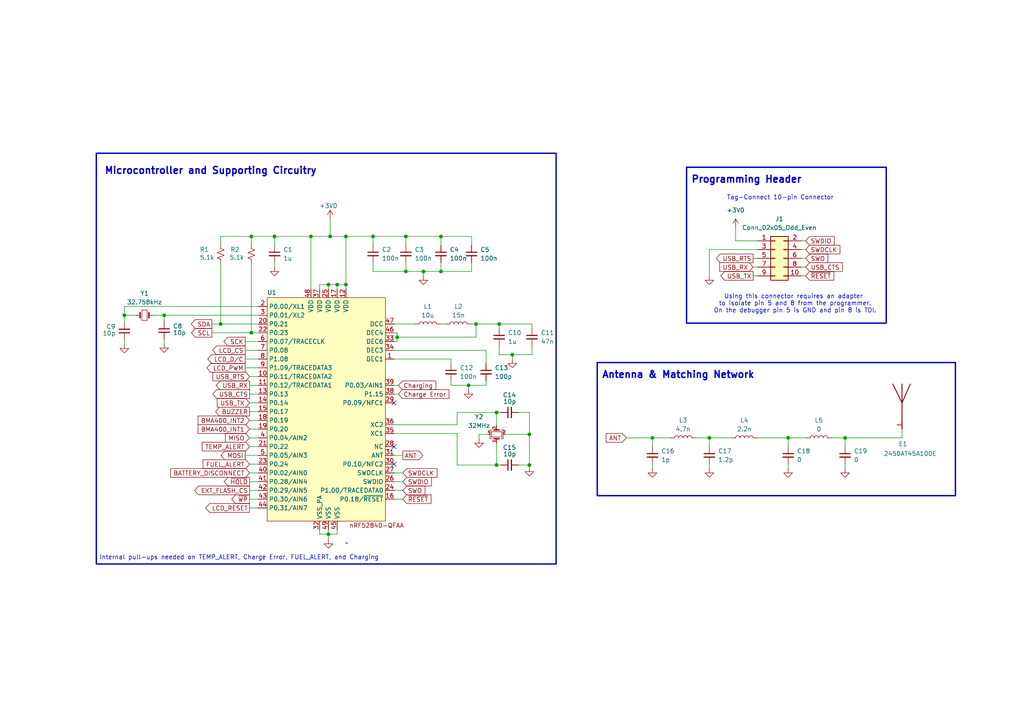
<source format=kicad_sch>
(kicad_sch (version 20231120) (generator "eeschema") (generator_version "8.0")
  (paper "A4")
  (lib_symbols
    (symbol "Connector_Generic:Conn_02x05_Odd_Even" (pin_names (offset 1.016) hide)
      (property "Reference" "J" (at 1.27 7.62 0))
      (property "Value" "Conn_02x05_Odd_Even" (at 1.27 -7.62 0))
      (symbol "Conn_02x05_Odd_Even_1_1"
        (rectangle (start -1.27 -4.953) (end 0 -5.207) (stroke (width 0.1524)))
        (rectangle (start -1.27 -2.413) (end 0 -2.667) (stroke (width 0.1524)))
        (rectangle (start -1.27 0.127) (end 0 -0.127) (stroke (width 0.1524)))
        (rectangle (start -1.27 2.667) (end 0 2.413) (stroke (width 0.1524)))
        (rectangle (start -1.27 5.207) (end 0 4.953) (stroke (width 0.1524)))
        (rectangle (start -1.27 6.35) (end 3.81 -6.35) (stroke (width 0.254)) (fill (type background)))
        (rectangle (start 3.81 -4.953) (end 2.54 -5.207) (stroke (width 0.1524)))
        (rectangle (start 3.81 -2.413) (end 2.54 -2.667) (stroke (width 0.1524)))
        (rectangle (start 3.81 0.127) (end 2.54 -0.127) (stroke (width 0.1524)))
        (rectangle (start 3.81 2.667) (end 2.54 2.413) (stroke (width 0.1524)))
        (rectangle (start 3.81 5.207) (end 2.54 4.953) (stroke (width 0.1524)))
        (pin passive line (at -5.08 5.08 0) (length 3.81) (name "Pin_1") (number "1"))
        (pin passive line (at 7.62 -5.08 180) (length 3.81) (name "Pin_10") (number "10"))
        (pin passive line (at 7.62 5.08 180) (length 3.81) (name "Pin_2") (number "2"))
        (pin passive line (at -5.08 2.54 0) (length 3.81) (name "Pin_3") (number "3"))
        (pin passive line (at 7.62 2.54 180) (length 3.81) (name "Pin_4") (number "4"))
        (pin passive line (at -5.08 0 0) (length 3.81) (name "Pin_5") (number "5"))
        (pin passive line (at 7.62 0 180) (length 3.81) (name "Pin_6") (number "6"))
        (pin passive line (at -5.08 -2.54 0) (length 3.81) (name "Pin_7") (number "7"))
        (pin passive line (at 7.62 -2.54 180) (length 3.81) (name "Pin_8") (number "8"))
        (pin passive line (at -5.08 -5.08 0) (length 3.81) (name "Pin_9") (number "9"))
      )
    )
    (symbol "Device:C_Small" (pin_numbers hide) (pin_names (offset 0.254) hide)
      (property "Reference" "C" (at 0.254 1.778 0))
      (property "Value" "C_Small" (at 0.254 -2.032 0))
      (symbol "C_Small_0_1"
        (polyline (pts (xy -1.524 -0.508) (xy 1.524 -0.508)) (stroke (width 0.3302)))
        (polyline (pts (xy -1.524 0.508) (xy 1.524 0.508)) (stroke (width 0.3048)))
      )
      (symbol "C_Small_1_1"
        (pin passive line (at 0 2.54 270) (length 2.032) (name "~") (number "1"))
        (pin passive line (at 0 -2.54 90) (length 2.032) (name "~") (number "2"))
      )
    )
    (symbol "Device:Crystal_GND24_Small" (pin_names (offset 1.016) hide)
      (property "Reference" "Y" (at 1.27 4.445 0))
      (property "Value" "Crystal_GND24_Small" (at 1.27 2.54 0))
      (symbol "Crystal_GND24_Small_0_1"
        (rectangle (start -0.762 -1.524) (end 0.762 1.524))
        (polyline (pts (xy -1.27 -0.762) (xy -1.27 0.762)) (stroke (width 0.381)))
        (polyline (pts (xy 1.27 -0.762) (xy 1.27 0.762)) (stroke (width 0.381)))
        (polyline (pts (xy -1.27 -1.27) (xy -1.27 -1.905) (xy 1.27 -1.905) (xy 1.27 -1.27)))
        (polyline (pts (xy -1.27 1.27) (xy -1.27 1.905) (xy 1.27 1.905) (xy 1.27 1.27)))
      )
      (symbol "Crystal_GND24_Small_1_1"
        (pin passive line (at -2.54 0 0) (length 1.27) (name "1") (number "1"))
        (pin passive line (at 0 -2.54 90) (length 0.635) (name "2") (number "2"))
        (pin passive line (at 2.54 0 180) (length 1.27) (name "3") (number "3"))
        (pin passive line (at 0 2.54 270) (length 0.635) (name "4") (number "4"))
      )
    )
    (symbol "Device:Crystal_Small" (pin_numbers hide) (pin_names (offset 1.016) hide)
      (property "Reference" "Y" (at 0 2.54 0))
      (property "Value" "Crystal_Small" (at 0 -2.54 0))
      (symbol "Crystal_Small_0_1"
        (rectangle (start -0.762 -1.524) (end 0.762 1.524))
        (polyline (pts (xy -1.27 -0.762) (xy -1.27 0.762)) (stroke (width 0.381)))
        (polyline (pts (xy 1.27 -0.762) (xy 1.27 0.762)) (stroke (width 0.381)))
      )
      (symbol "Crystal_Small_1_1"
        (pin passive line (at -2.54 0 0) (length 1.27) (name "1") (number "1"))
        (pin passive line (at 2.54 0 180) (length 1.27) (name "2") (number "2"))
      )
    )
    (symbol "Device:L" (pin_numbers hide) (pin_names (offset 1.016) hide)
      (property "Reference" "L" (at -1.27 0 90))
      (property "Value" "L" (at 1.905 0 90))
      (symbol "L_0_1"
        (arc (start 0 -2.54) (mid 0.6323 -1.905) (end 0 -1.27))
        (arc (start 0 -1.27) (mid 0.6323 -0.635) (end 0 0))
        (arc (start 0 0) (mid 0.6323 0.635) (end 0 1.27))
        (arc (start 0 1.27) (mid 0.6323 1.905) (end 0 2.54))
      )
      (symbol "L_1_1"
        (pin passive line (at 0 3.81 270) (length 1.27) (name "1") (number "1"))
        (pin passive line (at 0 -3.81 90) (length 1.27) (name "2") (number "2"))
      )
    )
    (symbol "Device:R_Small_US" (pin_numbers hide) (pin_names (offset 0.254) hide)
      (property "Reference" "R" (at 0.762 0.508 0))
      (property "Value" "R_Small_US" (at 0.762 -1.016 0))
      (symbol "R_Small_US_1_1"
        (polyline (pts (xy 0 0) (xy 1.016 -0.381) (xy 0 -0.762) (xy -1.016 -1.143) (xy 0 -1.524)))
        (polyline (pts (xy 0 1.524) (xy 1.016 1.143) (xy 0 0.762) (xy -1.016 0.381) (xy 0 0)))
        (pin passive line (at 0 2.54 270) (length 1.016) (name "~") (number "1"))
        (pin passive line (at 0 -2.54 90) (length 1.016) (name "~") (number "2"))
      )
    )
    (symbol "GeckoDevelopmentBoard:2450AT45A100E" (pin_names (offset 1.016))
      (property "Reference" "E" (at 2.8004 5.8496 0))
      (property "Value" "2450AT45A100E" (at 2.6732 3.813 0))
      (symbol "2450AT45A100E_0_0"
        (polyline (pts (xy 0 2.54) (xy -2.667 8.001)) (stroke (width 0.254)))
        (polyline (pts (xy 0 2.54) (xy 0 -5.08)) (stroke (width 0.254)))
        (polyline (pts (xy 0 8.001) (xy 0 2.54)) (stroke (width 0.254)))
        (polyline (pts (xy 2.413 8.001) (xy 0 2.54)) (stroke (width 0.254)))
        (pin input line (at 0 -5.08 90) (length 2.54) (name "~") (number "1"))
      )
    )
    (symbol "GeckoDevelopmentBoard:nRF52840-QFAA"
      (property "Reference" "U1" (at -17.78 32.004 0))
      (property "Value" "~" (at 4.7341 -40.64 0))
      (symbol "nRF52840-QFAA_1_1"
        (rectangle (start -17.78 30.48) (end 16.51 -34.29) (fill (type background)))
        (text "nRF52840-QFAA" (at 13.97 -35.56 0) (effects (font (size 1.27 1.27))))
        (pin input line (at 19.05 12.7 180) (length 2.54) (name "DEC1") (number "1"))
        (pin input line (at -20.32 7.62 0) (length 2.54) (name "P0.11/TRACEDATA2") (number "10"))
        (pin input line (at -20.32 5.08 0) (length 2.54) (name "P0.12/TRACEDATA1") (number "11"))
        (pin input line (at 5.08 33.02 270) (length 2.54) (name "VDD") (number "12"))
        (pin input line (at -20.32 2.54 0) (length 2.54) (name "P0.13") (number "13"))
        (pin input line (at -20.32 0 0) (length 2.54) (name "P0.14") (number "14"))
        (pin input line (at -20.32 -2.54 0) (length 2.54) (name "P0.17") (number "15"))
        (pin input line (at 19.05 -27.94 180) (length 2.54) (name "P0.18/~{RESET}") (number "16"))
        (pin input line (at 2.54 33.02 270) (length 2.54) (name "VDD") (number "17"))
        (pin input line (at -20.32 -5.08 0) (length 2.54) (name "P0.19") (number "18"))
        (pin input line (at -20.32 -7.62 0) (length 2.54) (name "P0.20") (number "19"))
        (pin input line (at -20.32 27.94 0) (length 2.54) (name "P0.00/XL1") (number "2"))
        (pin input line (at -20.32 22.86 0) (length 2.54) (name "P0.21") (number "20"))
        (pin input line (at -20.32 -12.7 0) (length 2.54) (name "P0.22") (number "21"))
        (pin input line (at -20.32 20.32 0) (length 2.54) (name "P0.23") (number "22"))
        (pin input line (at -20.32 -17.78 0) (length 2.54) (name "P0.24") (number "23"))
        (pin input line (at 19.05 -25.4 180) (length 2.54) (name "P1.00/TRACEDATA0") (number "24"))
        (pin input line (at 0 33.02 270) (length 2.54) (name "VDD") (number "25"))
        (pin input line (at 19.05 -22.86 180) (length 2.54) (name "SWDIO") (number "26"))
        (pin input line (at 19.05 -20.32 180) (length 2.54) (name "SWDCLK") (number "27"))
        (pin input line (at 19.05 -12.7 180) (length 2.54) (name "NC") (number "28"))
        (pin input line (at 19.05 0 180) (length 2.54) (name "P0.09/NFC1") (number "29"))
        (pin input line (at -20.32 25.4 0) (length 2.54) (name "P0.01/XL2") (number "3"))
        (pin input line (at 19.05 -17.78 180) (length 2.54) (name "P0.10/NFC2") (number "30"))
        (pin input line (at 19.05 -15.24 180) (length 2.54) (name "ANT") (number "31"))
        (pin input line (at -2.54 -36.83 90) (length 2.54) (name "VSS_PA") (number "32"))
        (pin input line (at 19.05 17.78 180) (length 2.54) (name "DEC6") (number "33"))
        (pin input line (at 19.05 15.24 180) (length 2.54) (name "DEC3") (number "34"))
        (pin input line (at 19.05 -8.89 180) (length 2.54) (name "XC1") (number "35"))
        (pin input line (at 19.05 -6.35 180) (length 2.54) (name "XC2") (number "36"))
        (pin input line (at -2.54 33.02 270) (length 2.54) (name "VDD") (number "37"))
        (pin input line (at 19.05 2.54 180) (length 2.54) (name "P1.15") (number "38"))
        (pin input line (at 19.05 5.08 180) (length 2.54) (name "P0.03/AIN1") (number "39"))
        (pin input line (at -20.32 -10.16 0) (length 2.54) (name "P0.04/AIN2") (number "4"))
        (pin input line (at -20.32 -20.32 0) (length 2.54) (name "P0.02/AIN0") (number "40"))
        (pin input line (at -20.32 -22.86 0) (length 2.54) (name "P0.28/AIN4") (number "41"))
        (pin input line (at -20.32 -25.4 0) (length 2.54) (name "P0.29/AIN5") (number "42"))
        (pin input line (at -20.32 -27.94 0) (length 2.54) (name "P0.30/AIN6") (number "43"))
        (pin input line (at -20.32 -30.48 0) (length 2.54) (name "P0.31/AIN7") (number "44"))
        (pin input line (at 2.54 -36.83 90) (length 2.54) (name "VSS") (number "45"))
        (pin input line (at 19.05 20.32 180) (length 2.54) (name "DEC4") (number "46"))
        (pin input line (at 19.05 22.86 180) (length 2.54) (name "DCC") (number "47"))
        (pin input line (at -5.08 33.02 270) (length 2.54) (name "VDD") (number "48"))
        (pin input line (at 0 -36.83 90) (length 2.54) (name "VSS") (number "49"))
        (pin input line (at -20.32 -15.24 0) (length 2.54) (name "P0.05/AIN3") (number "5"))
        (pin input line (at -20.32 17.78 0) (length 2.54) (name "P0.07/TRACECLK") (number "6"))
        (pin input line (at -20.32 15.24 0) (length 2.54) (name "P0.08") (number "7"))
        (pin input line (at -20.32 12.7 0) (length 2.54) (name "P1.08") (number "8"))
        (pin input line (at -20.32 10.16 0) (length 2.54) (name "P1.09/TRACEDATA3") (number "9"))
      )
    )
    (symbol "power:+3V0" (power) (pin_names (offset 0))
      (property "Value" "+3V0" (at 0 3.556 0))
      (symbol "+3V0_0_1"
        (polyline (pts (xy -0.762 1.27) (xy 0 2.54)))
        (polyline (pts (xy 0 0) (xy 0 2.54)))
        (polyline (pts (xy 0 2.54) (xy 0.762 1.27)))
      )
      (symbol "+3V0_1_1"
        (pin power_in line (at 0 0 90) (length 0) hide (name "+3V0") (number "1"))
      )
    )
    (symbol "power:GND" (power) (pin_names (offset 0))
      (property "Value" "GND" (at 0 -3.81 0))
      (symbol "GND_0_1"
        (polyline (pts (xy 0 0) (xy 0 -1.27) (xy 1.27 -1.27) (xy 0 -2.54) (xy -1.27 -1.27) (xy 0 -1.27)))
      )
      (symbol "GND_1_1"
        (pin power_in line (at 0 0 270) (length 0) hide (name "GND") (number "1"))
      )
    )
  )
  (junction (at 228.6 127))
  (junction (at 122.809 78.74))
  (junction (at 100.33 82.55))
  (junction (at 135.89 111.76))
  (junction (at 95.25 154.94))
  (junction (at 72.898 96.52))
  (junction (at 95.25 82.55))
  (junction (at 117.729 68.58))
  (junction (at 127.889 78.74))
  (junction (at 79.629 68.58))
  (junction (at 117.729 78.74))
  (junction (at 90.17 68.58))
  (junction (at 153.543 134.874))
  (junction (at 153.543 125.984))
  (junction (at 144.018 119.634))
  (junction (at 108.204 68.58))
  (junction (at 72.898 68.58))
  (junction (at 64.008 93.98))
  (junction (at 127.889 68.58))
  (junction (at 95.758 68.58))
  (junction (at 115.189 97.79))
  (junction (at 100.33 68.58))
  (junction (at 189.23 127))
  (junction (at 36.068 91.44))
  (junction (at 148.59 102.87))
  (junction (at 144.78 93.98))
  (junction (at 97.79 82.55))
  (junction (at 245.11 127))
  (junction (at 205.74 127))
  (junction (at 47.625 91.44))
  (junction (at 138.049 93.98))
  (junction (at 144.018 134.874))
  (no_connect (at 114.3 134.62))
  (no_connect (at 114.3 129.54))
  (no_connect (at 114.3 116.84))
  (wire (pts (xy 153.543 134.874) (xy 153.543 135.509)))
  (wire (pts (xy 72.39 144.78) (xy 74.93 144.78)))
  (wire (pts (xy 205.74 127) (xy 205.74 129.54)))
  (wire (pts (xy 92.71 83.82) (xy 92.71 82.55)))
  (wire (pts (xy 132.588 119.634) (xy 144.018 119.634)))
  (wire (pts (xy 127.889 71.12) (xy 127.889 68.58)))
  (wire (pts (xy 140.97 101.6) (xy 140.97 105.41)))
  (wire (pts (xy 97.79 82.55) (xy 100.33 82.55)))
  (wire (pts (xy 79.629 68.58) (xy 90.17 68.58)))
  (wire (pts (xy 232.41 72.39) (xy 233.68 72.39)))
  (wire (pts (xy 122.809 78.74) (xy 122.809 80.01)))
  (wire (pts (xy 79.629 68.58) (xy 79.629 71.12)))
  (wire (pts (xy 154.305 100.33) (xy 154.305 102.87)))
  (wire (pts (xy 72.39 121.92) (xy 74.93 121.92)))
  (wire (pts (xy 95.25 154.94) (xy 95.25 156.464)))
  (wire (pts (xy 181.61 127) (xy 189.23 127)))
  (wire (pts (xy 72.39 134.62) (xy 74.93 134.62)))
  (wire (pts (xy 138.049 97.79) (xy 138.049 93.98)))
  (wire (pts (xy 92.71 153.67) (xy 92.71 154.94)))
  (wire (pts (xy 95.25 154.94) (xy 95.25 153.67)))
  (wire (pts (xy 117.729 78.74) (xy 117.729 76.2)))
  (wire (pts (xy 72.39 119.38) (xy 74.93 119.38)))
  (wire (pts (xy 92.71 154.94) (xy 95.25 154.94)))
  (wire (pts (xy 144.78 93.98) (xy 144.78 95.25)))
  (wire (pts (xy 114.3 114.3) (xy 115.57 114.3)))
  (wire (pts (xy 218.44 80.01) (xy 219.71 80.01)))
  (wire (pts (xy 127.889 78.74) (xy 122.809 78.74)))
  (wire (pts (xy 36.068 88.9) (xy 74.93 88.9)))
  (wire (pts (xy 232.41 69.85) (xy 233.68 69.85)))
  (wire (pts (xy 228.6 127) (xy 228.6 129.54)))
  (wire (pts (xy 72.898 76.2) (xy 72.898 96.52)))
  (wire (pts (xy 108.204 68.58) (xy 108.204 71.12)))
  (wire (pts (xy 218.44 77.47) (xy 219.71 77.47)))
  (wire (pts (xy 114.3 142.24) (xy 116.84 142.24)))
  (wire (pts (xy 64.008 71.12) (xy 64.008 68.58)))
  (wire (pts (xy 108.204 78.74) (xy 117.729 78.74)))
  (wire (pts (xy 97.79 154.94) (xy 95.25 154.94)))
  (wire (pts (xy 114.3 125.73) (xy 132.588 125.73)))
  (wire (pts (xy 115.189 97.79) (xy 115.189 99.06)))
  (wire (pts (xy 47.625 98.425) (xy 47.625 99.695)))
  (wire (pts (xy 95.758 63.5) (xy 95.758 68.58)))
  (wire (pts (xy 245.11 127) (xy 261.62 127)))
  (wire (pts (xy 64.008 76.2) (xy 64.008 93.98)))
  (wire (pts (xy 228.6 127) (xy 233.68 127)))
  (wire (pts (xy 97.79 153.67) (xy 97.79 154.94)))
  (wire (pts (xy 153.543 125.984) (xy 153.543 134.874)))
  (wire (pts (xy 114.3 132.08) (xy 116.84 132.08)))
  (wire (pts (xy 44.45 91.44) (xy 47.625 91.44)))
  (wire (pts (xy 146.558 125.984) (xy 153.543 125.984)))
  (wire (pts (xy 136.779 68.58) (xy 127.889 68.58)))
  (wire (pts (xy 72.898 71.12) (xy 72.898 68.58)))
  (wire (pts (xy 132.588 134.874) (xy 144.018 134.874)))
  (wire (pts (xy 90.17 83.82) (xy 90.17 68.58)))
  (wire (pts (xy 201.93 127) (xy 205.74 127)))
  (wire (pts (xy 127.889 93.98) (xy 129.159 93.98)))
  (wire (pts (xy 97.79 83.82) (xy 97.79 82.55)))
  (wire (pts (xy 72.39 114.3) (xy 74.93 114.3)))
  (wire (pts (xy 138.938 127.254) (xy 138.938 125.984)))
  (wire (pts (xy 138.049 93.98) (xy 144.78 93.98)))
  (wire (pts (xy 205.74 127) (xy 212.09 127)))
  (wire (pts (xy 138.938 125.984) (xy 141.478 125.984)))
  (wire (pts (xy 148.59 102.87) (xy 154.305 102.87)))
  (wire (pts (xy 153.543 119.634) (xy 153.543 125.984)))
  (wire (pts (xy 135.89 111.76) (xy 135.89 113.03)))
  (wire (pts (xy 95.25 82.55) (xy 97.79 82.55)))
  (wire (pts (xy 72.39 127) (xy 74.93 127)))
  (wire (pts (xy 114.3 96.52) (xy 115.189 96.52)))
  (wire (pts (xy 71.12 99.06) (xy 74.93 99.06)))
  (wire (pts (xy 189.23 134.62) (xy 189.23 135.89)))
  (wire (pts (xy 114.3 139.7) (xy 116.84 139.7)))
  (wire (pts (xy 228.6 134.62) (xy 228.6 135.89)))
  (wire (pts (xy 100.33 83.82) (xy 100.33 82.55)))
  (wire (pts (xy 219.71 127) (xy 228.6 127)))
  (wire (pts (xy 79.629 76.2) (xy 79.629 77.47)))
  (wire (pts (xy 114.3 123.19) (xy 132.588 123.19)))
  (wire (pts (xy 72.39 139.7) (xy 74.93 139.7)))
  (wire (pts (xy 140.97 110.49) (xy 140.97 111.76)))
  (wire (pts (xy 36.068 93.472) (xy 36.068 91.44)))
  (wire (pts (xy 95.758 68.58) (xy 100.33 68.58)))
  (wire (pts (xy 114.3 93.98) (xy 120.269 93.98)))
  (wire (pts (xy 136.779 71.12) (xy 136.779 68.58)))
  (wire (pts (xy 144.018 128.524) (xy 144.018 134.874)))
  (wire (pts (xy 72.898 96.52) (xy 74.93 96.52)))
  (wire (pts (xy 36.068 88.9) (xy 36.068 91.44)))
  (wire (pts (xy 189.23 127) (xy 194.31 127)))
  (wire (pts (xy 61.468 96.52) (xy 72.898 96.52)))
  (wire (pts (xy 71.12 104.14) (xy 74.93 104.14)))
  (wire (pts (xy 205.74 72.39) (xy 205.74 80.01)))
  (wire (pts (xy 72.39 124.46) (xy 74.93 124.46)))
  (wire (pts (xy 100.33 82.55) (xy 100.33 68.58)))
  (wire (pts (xy 71.12 101.6) (xy 74.93 101.6)))
  (wire (pts (xy 71.12 106.68) (xy 74.93 106.68)))
  (wire (pts (xy 232.41 80.01) (xy 233.68 80.01)))
  (wire (pts (xy 145.288 119.634) (xy 144.018 119.634)))
  (wire (pts (xy 130.81 111.76) (xy 135.89 111.76)))
  (wire (pts (xy 117.729 78.74) (xy 122.809 78.74)))
  (wire (pts (xy 232.41 74.93) (xy 233.68 74.93)))
  (wire (pts (xy 219.71 72.39) (xy 205.74 72.39)))
  (wire (pts (xy 261.62 124.46) (xy 261.62 127)))
  (wire (pts (xy 108.204 68.58) (xy 117.729 68.58)))
  (wire (pts (xy 108.204 76.2) (xy 108.204 78.74)))
  (wire (pts (xy 140.97 111.76) (xy 135.89 111.76)))
  (wire (pts (xy 115.189 99.06) (xy 114.3 99.06)))
  (wire (pts (xy 115.189 96.52) (xy 115.189 97.79)))
  (wire (pts (xy 36.068 98.552) (xy 36.068 99.822)))
  (wire (pts (xy 213.36 69.85) (xy 213.36 66.04)))
  (wire (pts (xy 115.189 97.79) (xy 138.049 97.79)))
  (wire (pts (xy 130.81 110.49) (xy 130.81 111.76)))
  (wire (pts (xy 95.25 82.55) (xy 95.25 83.82)))
  (wire (pts (xy 144.018 134.874) (xy 145.288 134.874)))
  (wire (pts (xy 114.3 104.14) (xy 130.81 104.14)))
  (wire (pts (xy 245.11 134.62) (xy 245.11 135.89)))
  (wire (pts (xy 130.81 105.41) (xy 130.81 104.14)))
  (wire (pts (xy 144.78 102.87) (xy 148.59 102.87)))
  (wire (pts (xy 72.898 68.58) (xy 79.629 68.58)))
  (wire (pts (xy 114.3 101.6) (xy 140.97 101.6)))
  (wire (pts (xy 232.41 77.47) (xy 233.68 77.47)))
  (wire (pts (xy 72.39 147.32) (xy 74.93 147.32)))
  (wire (pts (xy 72.39 137.16) (xy 74.93 137.16)))
  (wire (pts (xy 72.39 116.84) (xy 74.93 116.84)))
  (wire (pts (xy 72.39 142.24) (xy 74.93 142.24)))
  (wire (pts (xy 71.12 132.08) (xy 74.93 132.08)))
  (wire (pts (xy 114.3 137.16) (xy 116.84 137.16)))
  (wire (pts (xy 72.39 109.22) (xy 74.93 109.22)))
  (wire (pts (xy 219.71 69.85) (xy 213.36 69.85)))
  (wire (pts (xy 127.889 76.2) (xy 127.889 78.74)))
  (wire (pts (xy 154.305 95.25) (xy 154.305 93.98)))
  (wire (pts (xy 114.3 144.78) (xy 116.84 144.78)))
  (wire (pts (xy 154.305 93.98) (xy 144.78 93.98)))
  (wire (pts (xy 72.39 111.76) (xy 74.93 111.76)))
  (wire (pts (xy 36.068 91.44) (xy 39.37 91.44)))
  (wire (pts (xy 148.59 102.87) (xy 148.59 104.14)))
  (wire (pts (xy 205.74 134.62) (xy 205.74 135.89)))
  (wire (pts (xy 189.23 127) (xy 189.23 129.54)))
  (wire (pts (xy 136.779 76.2) (xy 136.779 78.74)))
  (wire (pts (xy 64.008 68.58) (xy 72.898 68.58)))
  (wire (pts (xy 92.71 82.55) (xy 95.25 82.55)))
  (wire (pts (xy 144.018 119.634) (xy 144.018 123.444)))
  (wire (pts (xy 47.625 93.345) (xy 47.625 91.44)))
  (wire (pts (xy 150.368 134.874) (xy 153.543 134.874)))
  (wire (pts (xy 245.11 127) (xy 245.11 129.54)))
  (wire (pts (xy 90.17 68.58) (xy 95.758 68.58)))
  (wire (pts (xy 100.33 68.58) (xy 108.204 68.58)))
  (wire (pts (xy 114.3 111.76) (xy 115.57 111.76)))
  (wire (pts (xy 241.3 127) (xy 245.11 127)))
  (wire (pts (xy 64.008 93.98) (xy 74.93 93.98)))
  (wire (pts (xy 150.368 119.634) (xy 153.543 119.634)))
  (wire (pts (xy 144.78 100.33) (xy 144.78 102.87)))
  (wire (pts (xy 72.39 129.54) (xy 74.93 129.54)))
  (wire (pts (xy 136.779 93.98) (xy 138.049 93.98)))
  (wire (pts (xy 132.588 123.19) (xy 132.588 119.634)))
  (wire (pts (xy 47.625 91.44) (xy 74.93 91.44)))
  (wire (pts (xy 132.588 125.73) (xy 132.588 134.874)))
  (wire (pts (xy 136.779 78.74) (xy 127.889 78.74)))
  (wire (pts (xy 61.468 93.98) (xy 64.008 93.98)))
  (wire (pts (xy 117.729 68.58) (xy 127.889 68.58)))
  (wire (pts (xy 218.44 74.93) (xy 219.71 74.93)))
  (wire (pts (xy 117.729 71.12) (xy 117.729 68.58)))
  (rectangle (start 199.136 48.514) (end 257.048 93.726) (stroke (width 0.4)))
  (rectangle (start 27.94 44.45) (end 161.29 163.576) (stroke (width 0.4)))
  (rectangle (start 173.228 105.156) (end 277.114 143.764) (stroke (width 0.4)))
  (text "Antenna & Matching Network" (at 174.498 109.982 0) (effects (font (size 2 2) (bold yes)) (justify left bottom)))
  (text "Using this connector requires an adapter \nto isolate pin 5 and 8 from the programmer.\nOn the debugger pin 5 is GND and pin 8 is TDI." (at 230.632 88.138 0) (effects (font (size 1.27 1.27))))
  (text "Internal pull-ups needed on TEMP_ALERT, Charge Error, FUEL_ALERT, and Charging " (at 69.85 161.798 0) (effects (font (size 1.27 1.27))))
  (text "Tag-Connect 10-pin Connector" (at 226.314 57.404 0) (effects (font (size 1.27 1.27))))
  (text "Programming Header" (at 200.406 53.34 0) (effects (font (size 2 2) (bold yes)) (justify left bottom)))
  (text "Microcontroller and Supporting Circuitry" (at 30.226 50.8 0) (effects (font (size 2 2) (bold yes)) (justify left bottom)))
  (global_label "~{RESET}" (shape input) (at 233.68 80.01 0) (property "Intersheetrefs" "${INTERSHEET_REFS}" (effects (hide yes))))
  (global_label "BMA400_INT1" (shape input) (at 72.39 124.46 180) (property "Intersheetrefs" "${INTERSHEET_REFS}" (effects (hide yes))))
  (global_label "BATTERY_DISCONNECT" (shape input) (at 72.39 137.16 180) (property "Intersheetrefs" "${INTERSHEET_REFS}" (effects (hide yes))))
  (global_label "~{RESET}" (shape input) (at 116.84 144.78 0) (property "Intersheetrefs" "${INTERSHEET_REFS}" (effects (hide yes))))
  (global_label "SDA" (shape output) (at 61.468 93.98 180) (property "Intersheetrefs" "${INTERSHEET_REFS}" (effects (hide yes))))
  (global_label "MOSI" (shape output) (at 71.12 132.08 180) (property "Intersheetrefs" "${INTERSHEET_REFS}" (effects (hide yes))))
  (global_label "ANT" (shape input) (at 181.61 127 180) (property "Intersheetrefs" "${INTERSHEET_REFS}" (effects (hide yes))))
  (global_label "MISO" (shape input) (at 72.39 127 180) (property "Intersheetrefs" "${INTERSHEET_REFS}" (effects (hide yes))))
  (global_label "USB_CTS" (shape input) (at 233.68 77.47 0) (property "Intersheetrefs" "${INTERSHEET_REFS}" (effects (hide yes))))
  (global_label "SWDIO" (shape input) (at 116.84 139.7 0) (property "Intersheetrefs" "${INTERSHEET_REFS}" (effects (hide yes))))
  (global_label "BUZZER" (shape output) (at 72.39 119.38 180) (property "Intersheetrefs" "${INTERSHEET_REFS}" (effects (hide yes))))
  (global_label "SWDCLK" (shape input) (at 233.68 72.39 0) (property "Intersheetrefs" "${INTERSHEET_REFS}" (effects (hide yes))))
  (global_label "SWO" (shape input) (at 233.68 74.93 0) (property "Intersheetrefs" "${INTERSHEET_REFS}" (effects (hide yes))))
  (global_label "USB_RX" (shape output) (at 72.39 111.76 180) (property "Intersheetrefs" "${INTERSHEET_REFS}" (effects (hide yes))))
  (global_label "EXT_FLASH_CS" (shape output) (at 72.39 142.24 180) (property "Intersheetrefs" "${INTERSHEET_REFS}" (effects (hide yes))))
  (global_label "Charge Error" (shape input) (at 115.57 114.3 0) (property "Intersheetrefs" "${INTERSHEET_REFS}" (effects (hide yes))))
  (global_label "USB_RX" (shape input) (at 218.44 77.47 180) (property "Intersheetrefs" "${INTERSHEET_REFS}" (effects (hide yes))))
  (global_label "USB_TX" (shape output) (at 218.44 80.01 180) (property "Intersheetrefs" "${INTERSHEET_REFS}" (effects (hide yes))))
  (global_label "USB_CTS" (shape output) (at 72.39 114.3 180) (property "Intersheetrefs" "${INTERSHEET_REFS}" (effects (hide yes))))
  (global_label "ANT" (shape output) (at 116.84 132.08 0) (property "Intersheetrefs" "${INTERSHEET_REFS}" (effects (hide yes))))
  (global_label "USB_RTS" (shape output) (at 218.44 74.93 180) (property "Intersheetrefs" "${INTERSHEET_REFS}" (effects (hide yes))))
  (global_label "SCK" (shape output) (at 71.12 99.06 180) (property "Intersheetrefs" "${INTERSHEET_REFS}" (effects (hide yes))))
  (global_label "SCL" (shape output) (at 61.468 96.52 180) (property "Intersheetrefs" "${INTERSHEET_REFS}" (effects (hide yes))))
  (global_label "SWDCLK" (shape input) (at 116.84 137.16 0) (property "Intersheetrefs" "${INTERSHEET_REFS}" (effects (hide yes))))
  (global_label "TEMP_ALERT" (shape input) (at 72.39 129.54 180) (property "Intersheetrefs" "${INTERSHEET_REFS}" (effects (hide yes))))
  (global_label "USB_RTS" (shape input) (at 72.39 109.22 180) (property "Intersheetrefs" "${INTERSHEET_REFS}" (effects (hide yes))))
  (global_label "SWO" (shape input) (at 116.84 142.24 0) (property "Intersheetrefs" "${INTERSHEET_REFS}" (effects (hide yes))))
  (global_label "LCD_CS" (shape output) (at 71.12 101.6 180) (property "Intersheetrefs" "${INTERSHEET_REFS}" (effects (hide yes))))
  (global_label "SWDIO" (shape input) (at 233.68 69.85 0) (property "Intersheetrefs" "${INTERSHEET_REFS}" (effects (hide yes))))
  (global_label "LCD_PWM" (shape output) (at 71.12 106.68 180) (property "Intersheetrefs" "${INTERSHEET_REFS}" (effects (hide yes))))
  (global_label "LCD_D{slash}C" (shape output) (at 71.12 104.14 180) (property "Intersheetrefs" "${INTERSHEET_REFS}" (effects (hide yes))))
  (global_label "USB_TX" (shape input) (at 72.39 116.84 180) (property "Intersheetrefs" "${INTERSHEET_REFS}" (effects (hide yes))))
  (global_label "Charging" (shape input) (at 115.57 111.76 0) (property "Intersheetrefs" "${INTERSHEET_REFS}" (effects (hide yes))))
  (global_label "FUEL_ALERT" (shape input) (at 72.39 134.62 180) (property "Intersheetrefs" "${INTERSHEET_REFS}" (effects (hide yes))))
  (global_label "~{WP}" (shape output) (at 72.39 144.78 180) (property "Intersheetrefs" "${INTERSHEET_REFS}" (effects (hide yes))))
  (global_label "~{HOLD}" (shape output) (at 72.39 139.7 180) (property "Intersheetrefs" "${INTERSHEET_REFS}" (effects (hide yes))))
  (global_label "BMA400_INT2" (shape input) (at 72.39 121.92 180) (property "Intersheetrefs" "${INTERSHEET_REFS}" (effects (hide yes))))
  (global_label "LCD_RESET" (shape output) (at 72.39 147.32 180) (property "Intersheetrefs" "${INTERSHEET_REFS}" (effects (hide yes))))
  (symbol (lib_id "Device:C_Small") (at 117.729 73.66 0) (unit 1)
    (property "Reference" "C3" (at 120.269 72.3963 0) (effects (justify left)))
    (property "Value" "100n" (at 120.269 74.9363 0) (effects (justify left)))
    (property "Footprint" "Capacitor_SMD:C_0402_1005Metric" (effects (hide yes)))
  )
  (symbol (lib_id "power:GND") (at 79.629 77.47 0) (unit 1)
    (property "Reference" "#PWR03" (effects (hide yes)))
    (property "Value" "GND" (effects (hide yes)))
  )
  (symbol (lib_id "Device:C_Small") (at 108.204 73.66 0) (unit 1)
    (property "Reference" "C2" (at 110.744 72.3963 0) (effects (justify left)))
    (property "Value" "100n" (at 110.744 74.9363 0) (effects (justify left)))
    (property "Footprint" "Capacitor_SMD:C_0402_1005Metric" (effects (hide yes)))
  )
  (symbol (lib_id "power:GND") (at 153.543 135.509 0) (unit 1)
    (property "Reference" "#PWR014" (effects (hide yes)))
    (property "Value" "GND" (effects (hide yes)))
  )
  (symbol (lib_id "Device:C_Small") (at 147.828 119.634 90) (unit 1)
    (property "Reference" "C14" (at 149.733 114.554 90) (effects (justify left)))
    (property "Value" "10p" (at 149.733 116.459 90) (effects (justify left)))
    (property "Footprint" "Capacitor_SMD:C_0402_1005Metric" (effects (hide yes)))
  )
  (symbol (lib_id "power:GND") (at 245.11 135.89 0) (unit 1)
    (property "Reference" "#PWR025" (effects (hide yes)))
    (property "Value" "GND" (effects (hide yes)))
  )
  (symbol (lib_id "power:GND") (at 135.89 113.03 0) (unit 1)
    (property "Reference" "#PWR010" (effects (hide yes)))
    (property "Value" "GND" (effects (hide yes)))
  )
  (symbol (lib_id "Device:C_Small") (at 245.11 132.08 0) (unit 1)
    (property "Reference" "C19" (at 247.65 130.8162 0) (effects (justify left)))
    (property "Value" "0" (at 247.65 133.3562 0) (effects (justify left)))
    (property "Footprint" "Capacitor_SMD:C_0402_1005Metric" (effects (hide yes)))
  )
  (symbol (lib_id "power:GND") (at 47.625 99.695 0) (unit 1)
    (property "Reference" "#PWR07" (effects (hide yes)))
    (property "Value" "GND" (effects (hide yes)))
  )
  (symbol (lib_id "power:GND") (at 95.25 156.464 0) (unit 1)
    (property "Reference" "#PWR015" (effects (hide yes)))
    (property "Value" "GND" (effects (hide yes)))
  )
  (symbol (lib_id "Device:C_Small") (at 144.78 97.79 0) (unit 1)
    (property "Reference" "C10" (at 147.32 96.5263 0) (effects (justify left)))
    (property "Value" "1u" (at 147.32 99.0663 0) (effects (justify left)))
    (property "Footprint" "Capacitor_SMD:C_0402_1005Metric" (effects (hide yes)))
  )
  (symbol (lib_id "Device:C_Small") (at 127.889 73.66 0) (unit 1)
    (property "Reference" "C4" (at 130.429 72.3963 0) (effects (justify left)))
    (property "Value" "100n" (at 130.429 74.9363 0) (effects (justify left)))
    (property "Footprint" "Capacitor_SMD:C_0402_1005Metric" (effects (hide yes)))
  )
  (symbol (lib_id "Device:L") (at 132.969 93.98 90) (unit 1)
    (property "Reference" "L2" (at 132.969 88.9 90))
    (property "Value" "15n" (at 132.969 91.44 90))
    (property "Footprint" "Inductor_SMD:L_0402_1005Metric" (effects (hide yes)))
  )
  (symbol (lib_id "Connector_Generic:Conn_02x05_Odd_Even") (at 224.79 74.93 0) (unit 1)
    (property "Reference" "J1" (at 226.06 63.5 0))
    (property "Value" "Conn_02x05_Odd_Even" (at 226.06 66.04 0))
    (property "Footprint" "GeckoSmartWatch_V4_1:TAG-CONNECT_TC2050-IDC-NL" (effects (hide yes)))
    (property "Description" "Generic connector, double row, 02x05, odd/even pin numbering scheme (row 1 odd numbers, row 2 even numbers), script generated (kicad-library-utils/schlib/autogen/connector/)" (effects (hide yes)))
  )
  (symbol (lib_id "Device:R_Small_US") (at 72.898 73.66 180) (unit 1)
    (property "Reference" "R2" (at 66.802 72.39 0) (effects (justify right)))
    (property "Value" "5.1k" (at 66.548 74.676 0) (effects (justify right)))
    (property "Footprint" "Resistor_SMD:R_0402_1005Metric" (effects (hide yes)))
  )
  (symbol (lib_id "power:GND") (at 138.938 127.254 0) (unit 1)
    (property "Reference" "#PWR012" (effects (hide yes)))
    (property "Value" "GND" (effects (hide yes)))
  )
  (symbol (lib_id "Device:Crystal_GND24_Small") (at 144.018 125.984 90) (unit 1)
    (property "Reference" "Y2" (at 138.938 120.904 90))
    (property "Value" "32MHz" (at 138.938 123.444 90))
    (property "Footprint" "GeckoSmartWatch_V4_1:32MHz_ECS320837CKMTR3" (effects (hide yes)))
  )
  (symbol (lib_id "Device:C_Small") (at 147.828 134.874 90) (unit 1)
    (property "Reference" "C15" (at 149.733 129.794 90) (effects (justify left)))
    (property "Value" "10p" (at 149.733 131.699 90) (effects (justify left)))
    (property "Footprint" "Capacitor_SMD:C_0402_1005Metric" (effects (hide yes)))
  )
  (symbol (lib_id "power:+3V0") (at 95.758 63.5 0) (unit 1)
    (property "Reference" "#PWR02" (effects (hide yes)))
    (property "Value" "+3V0" (at 95.25 59.69 0))
  )
  (symbol (lib_id "Device:L") (at 215.9 127 90) (unit 1)
    (property "Reference" "L4" (at 215.9 121.92 90))
    (property "Value" "2.2n" (at 215.9 124.46 90))
    (property "Footprint" "Inductor_SMD:L_0402_1005Metric" (effects (hide yes)))
  )
  (symbol (lib_id "power:GND") (at 205.74 135.89 0) (unit 1)
    (property "Reference" "#PWR023" (effects (hide yes)))
    (property "Value" "GND" (effects (hide yes)))
  )
  (symbol (lib_id "Device:C_Small") (at 154.305 97.79 0) (unit 1)
    (property "Reference" "C11" (at 156.845 96.5263 0) (effects (justify left)))
    (property "Value" "47n" (at 156.845 99.0663 0) (effects (justify left)))
    (property "Footprint" "Capacitor_SMD:C_0402_1005Metric" (effects (hide yes)))
  )
  (symbol (lib_id "Device:C_Small") (at 130.81 107.95 0) (unit 1)
    (property "Reference" "C12" (at 133.35 106.6863 0) (effects (justify left)))
    (property "Value" "100n" (at 133.35 109.2263 0) (effects (justify left)))
    (property "Footprint" "Capacitor_SMD:C_0402_1005Metric" (effects (hide yes)))
  )
  (symbol (lib_id "Device:L") (at 198.12 127 90) (unit 1)
    (property "Reference" "L3" (at 198.12 121.92 90))
    (property "Value" "4.7n" (at 198.12 124.46 90))
    (property "Footprint" "Inductor_SMD:L_0402_1005Metric" (effects (hide yes)))
  )
  (symbol (lib_id "GeckoDevelopmentBoard:2450AT45A100E") (at 261.62 119.38 0) (unit 1)
    (property "Reference" "E1" (at 260.604 128.778 0) (effects (justify left)))
    (property "Value" "2450AT45A100E" (at 256.286 131.572 0) (effects (justify left)))
    (property "Footprint" "GeckoSmartWatch_V4_1:ANT_2450AT45A100E" (effects (hide yes)))
    (property "SnapEDA_Link" "https://www.snapeda.com/parts/2450AT45A100E/AN/view-part/?ref=snap" (effects (hide yes)))
    (property "MAXIMUM_PACKAGE_HEIGHT" "1.3mm" (effects (hide yes)))
    (property "Package" "None" (effects (hide yes)))
    (property "Check_prices" "https://www.snapeda.com/parts/2450AT45A100E/AN/view-part/?ref=eda" (effects (hide yes)))
    (property "STANDARD" "Manufacturer Recommendations" (effects (hide yes)))
    (property "PARTREV" "3.1" (effects (hide yes)))
    (property "MF" "Johanson" (effects (hide yes)))
    (property "MP" "2450AT45A100E" (effects (hide yes)))
    (property "Description_1" "\nAntenna Ceramic 2.2dBi Gain 2500MHz 2-Pin T/R\n" (effects (hide yes)))
    (property "MANUFACTURER" "Johanson" (effects (hide yes)))
  )
  (symbol (lib_id "Device:C_Small") (at 36.068 96.012 180) (unit 1)
    (property "Reference" "C9" (at 33.528 94.742 0) (effects (justify left)))
    (property "Value" "10p" (at 33.528 96.647 0) (effects (justify left)))
    (property "Footprint" "Capacitor_SMD:C_0402_1005Metric" (effects (hide yes)))
  )
  (symbol (lib_id "Device:L") (at 237.49 127 90) (unit 1)
    (property "Reference" "L5" (at 237.49 121.92 90))
    (property "Value" "0" (at 237.49 124.46 90))
    (property "Footprint" "Inductor_SMD:L_0402_1005Metric" (effects (hide yes)))
  )
  (symbol (lib_id "power:GND") (at 122.809 80.01 0) (unit 1)
    (property "Reference" "#PWR04" (effects (hide yes)))
    (property "Value" "GND" (effects (hide yes)))
  )
  (symbol (lib_id "GeckoDevelopmentBoard:nRF52840-QFAA") (at 95.25 116.84 0) (unit 1)
    (property "Reference" "U1" (at 77.47 84.836 0) (effects (justify left)))
    (property "Value" "~" (at 99.9841 157.48 0) (effects (justify left)))
    (property "Footprint" "GeckoSmartWatch_V4_1:nrf52840_QFN40P600X600X95-49N-D" (effects (hide yes)))
  )
  (symbol (lib_id "Device:Crystal_Small") (at 41.91 91.44 0) (unit 1)
    (property "Reference" "Y1" (at 41.91 85.09 0))
    (property "Value" "32.758kHz" (at 41.91 87.63 0))
    (property "Footprint" "GeckoSmartWatch_V4_1:32kHz_ECS32712512RCTR" (effects (hide yes)))
  )
  (symbol (lib_id "Device:C_Small") (at 136.779 73.66 0) (unit 1)
    (property "Reference" "C5" (at 139.319 72.3963 0) (effects (justify left)))
    (property "Value" "100n" (at 139.319 74.9363 0) (effects (justify left)))
    (property "Footprint" "Capacitor_SMD:C_0402_1005Metric" (effects (hide yes)))
  )
  (symbol (lib_id "power:+3V0") (at 213.36 66.04 0) (unit 1)
    (property "Reference" "#PWR016" (effects (hide yes)))
    (property "Value" "+3V0" (at 213.36 60.96 0))
  )
  (symbol (lib_id "power:GND") (at 205.74 80.01 0) (unit 1)
    (property "Reference" "#PWR018" (effects (hide yes)))
    (property "Value" "GND" (effects (hide yes)))
  )
  (symbol (lib_id "Device:C_Small") (at 228.6 132.08 0) (unit 1)
    (property "Reference" "C18" (at 231.14 130.8162 0) (effects (justify left)))
    (property "Value" "0" (at 231.14 133.3562 0) (effects (justify left)))
    (property "Footprint" "Capacitor_SMD:C_0402_1005Metric" (effects (hide yes)))
  )
  (symbol (lib_id "power:GND") (at 228.6 135.89 0) (unit 1)
    (property "Reference" "#PWR024" (effects (hide yes)))
    (property "Value" "GND" (effects (hide yes)))
  )
  (symbol (lib_id "Device:C_Small") (at 47.625 95.885 0) (unit 1)
    (property "Reference" "C8" (at 50.165 94.615 0) (effects (justify left)))
    (property "Value" "10p" (at 50.165 96.52 0) (effects (justify left)))
    (property "Footprint" "Capacitor_SMD:C_0402_1005Metric" (effects (hide yes)))
  )
  (symbol (lib_id "power:GND") (at 189.23 135.89 0) (unit 1)
    (property "Reference" "#PWR022" (effects (hide yes)))
    (property "Value" "GND" (effects (hide yes)))
  )
  (symbol (lib_id "Device:C_Small") (at 79.629 73.66 0) (unit 1)
    (property "Reference" "C1" (at 82.169 72.3963 0) (effects (justify left)))
    (property "Value" "1u" (at 82.169 74.9363 0) (effects (justify left)))
    (property "Footprint" "Capacitor_SMD:C_0402_1005Metric" (effects (hide yes)))
  )
  (symbol (lib_id "Device:C_Small") (at 189.23 132.08 0) (unit 1)
    (property "Reference" "C16" (at 191.77 130.8163 0) (effects (justify left)))
    (property "Value" "1p" (at 191.77 133.3563 0) (effects (justify left)))
    (property "Footprint" "Capacitor_SMD:C_0402_1005Metric" (effects (hide yes)))
  )
  (symbol (lib_id "power:GND") (at 148.59 104.14 0) (unit 1)
    (property "Reference" "#PWR09" (effects (hide yes)))
    (property "Value" "GND" (effects (hide yes)))
  )
  (symbol (lib_id "power:GND") (at 36.068 99.822 0) (unit 1)
    (property "Reference" "#PWR08" (effects (hide yes)))
    (property "Value" "GND" (effects (hide yes)))
  )
  (symbol (lib_id "Device:R_Small_US") (at 64.008 73.66 180) (unit 1)
    (property "Reference" "R1" (at 57.912 72.39 0) (effects (justify right)))
    (property "Value" "5.1k" (at 57.912 74.676 0) (effects (justify right)))
    (property "Footprint" "Resistor_SMD:R_0402_1005Metric" (effects (hide yes)))
  )
  (symbol (lib_id "Device:L") (at 124.079 93.98 90) (unit 1)
    (property "Reference" "L1" (at 124.079 88.9 90))
    (property "Value" "10u" (at 124.079 91.44 90))
    (property "Footprint" "Inductor_SMD:L_0603_1608Metric" (effects (hide yes)))
  )
  (symbol (lib_id "Device:C_Small") (at 140.97 107.95 0) (unit 1)
    (property "Reference" "C13" (at 143.51 106.6863 0) (effects (justify left)))
    (property "Value" "100p" (at 143.51 109.2263 0) (effects (justify left)))
    (property "Footprint" "Capacitor_SMD:C_0402_1005Metric" (effects (hide yes)))
  )
  (symbol (lib_id "Device:C_Small") (at 205.74 132.08 0) (unit 1)
    (property "Reference" "C17" (at 208.28 130.8163 0) (effects (justify left)))
    (property "Value" "1.2p" (at 208.28 133.3563 0) (effects (justify left)))
    (property "Footprint" "Capacitor_SMD:C_0402_1005Metric" (effects (hide yes)))
  )
  (sheet (at 303.53 65.024) (size 51.308 34.036) (stroke (width 0.1524))
    (property "Sheetname" "Power" (at 303.53 64.3124 0) (effects (justify left bottom)))
    (property "Sheetfile" "Power.kicad_sch" (at 303.53 99.6446 0) (effects (justify left top)))
  )
  (sheet (at 303.276 19.558) (size 51.562 39.116) (stroke (width 0.1524))
    (property "Sheetname" "Peripherals" (at 303.276 18.8464 0) (effects (justify left bottom)))
    (property "Sheetfile" "Peripherals.kicad_sch" (at 303.276 59.2586 0) (effects (justify left top)))
  )
)
</source>
